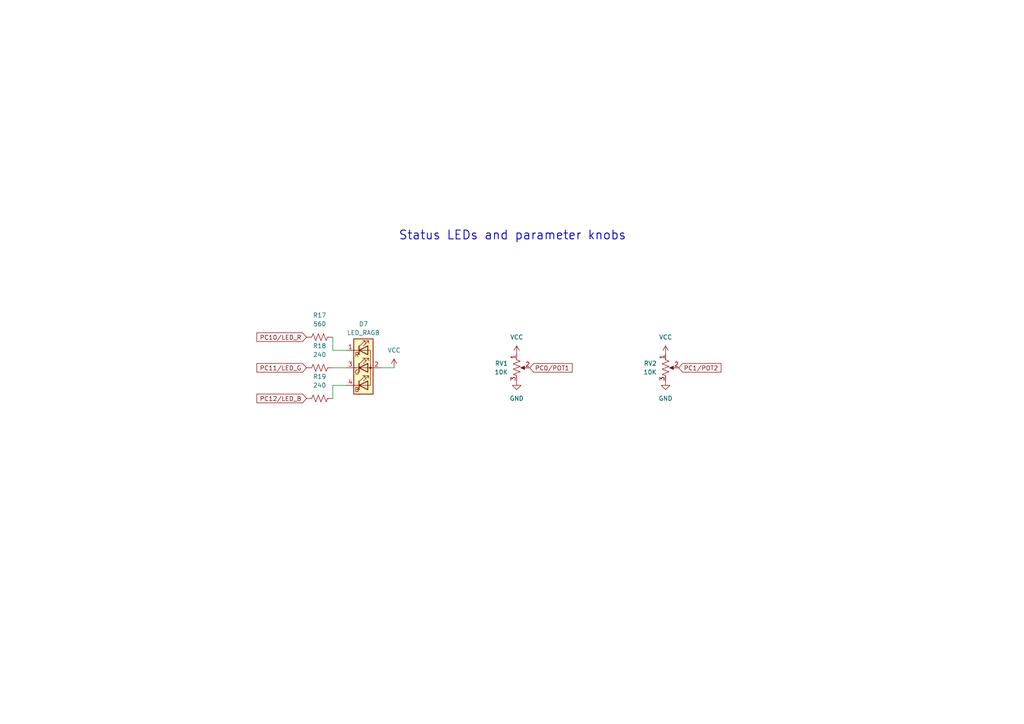
<source format=kicad_sch>
(kicad_sch (version 20230121) (generator eeschema)
  (paper "A4")
  (title_block (title "User I/O") (date "2023-08-08") (company "bitgloo") (comment 1 "Released under the CERN Open Hardware Licence Version 2 - Strongly Reciprocal"))
  (lib_symbols
    (symbol "Device:LED_RAGB" (pin_names (offset 0) hide)
      (property "Reference" "D" (at 0 9.398 0))
      (property "Value" "LED_RAGB" (at 0 -8.89 0))
      (symbol "LED_RAGB_0_0"
        (text "B" (at -1.905 -6.35 0) (effects (font (size 1.27 1.27))))
        (text "G" (at -1.905 -1.27 0) (effects (font (size 1.27 1.27))))
        (text "R" (at -1.905 3.81 0) (effects (font (size 1.27 1.27))))
      )
      (symbol "LED_RAGB_0_1"
        (polyline (pts (xy -1.27 -5.08) (xy -2.54 -5.08)))
        (polyline (pts (xy -1.27 -5.08) (xy 1.27 -5.08)))
        (polyline (pts (xy -1.27 -3.81) (xy -1.27 -6.35)) (stroke (width 0.254)))
        (polyline (pts (xy -1.27 0) (xy -2.54 0)))
        (polyline (pts (xy -1.27 1.27) (xy -1.27 -1.27)) (stroke (width 0.254)))
        (polyline (pts (xy -1.27 5.08) (xy -2.54 5.08)))
        (polyline (pts (xy -1.27 5.08) (xy 1.27 5.08)))
        (polyline (pts (xy -1.27 6.35) (xy -1.27 3.81)) (stroke (width 0.254)))
        (polyline (pts (xy 1.27 0) (xy -1.27 0)))
        (polyline (pts (xy 1.27 0) (xy 2.54 0)))
        (polyline (pts (xy -1.27 1.27) (xy -1.27 -1.27) (xy -1.27 -1.27)))
        (polyline (pts (xy -1.27 6.35) (xy -1.27 3.81) (xy -1.27 3.81)))
        (polyline (pts (xy 1.27 -5.08) (xy 2.032 -5.08) (xy 2.032 5.08) (xy 1.27 5.08)))
        (polyline (pts (xy 1.27 -3.81) (xy 1.27 -6.35) (xy -1.27 -5.08) (xy 1.27 -3.81)) (stroke (width 0.254)))
        (polyline (pts (xy 1.27 1.27) (xy 1.27 -1.27) (xy -1.27 0) (xy 1.27 1.27)) (stroke (width 0.254)))
        (polyline (pts (xy 1.27 6.35) (xy 1.27 3.81) (xy -1.27 5.08) (xy 1.27 6.35)) (stroke (width 0.254)))
        (polyline (pts (xy -1.016 -3.81) (xy 0.508 -2.286) (xy -0.254 -2.286) (xy 0.508 -2.286) (xy 0.508 -3.048)))
        (polyline (pts (xy -1.016 1.27) (xy 0.508 2.794) (xy -0.254 2.794) (xy 0.508 2.794) (xy 0.508 2.032)))
        (polyline (pts (xy -1.016 6.35) (xy 0.508 7.874) (xy -0.254 7.874) (xy 0.508 7.874) (xy 0.508 7.112)))
        (polyline (pts (xy 0 -3.81) (xy 1.524 -2.286) (xy 0.762 -2.286) (xy 1.524 -2.286) (xy 1.524 -3.048)))
        (polyline (pts (xy 0 1.27) (xy 1.524 2.794) (xy 0.762 2.794) (xy 1.524 2.794) (xy 1.524 2.032)))
        (polyline (pts (xy 0 6.35) (xy 1.524 7.874) (xy 0.762 7.874) (xy 1.524 7.874) (xy 1.524 7.112)))
        (rectangle (start 1.27 -1.27) (end 1.27 1.27))
        (rectangle (start 1.27 1.27) (end 1.27 1.27))
        (rectangle (start 1.27 3.81) (end 1.27 6.35))
        (rectangle (start 1.27 6.35) (end 1.27 6.35))
        (circle (center 2.032 0) (radius 0.254) (fill (type outline)))
        (rectangle (start 2.794 8.382) (end -2.794 -7.62) (stroke (width 0.254)) (fill (type background)))
      )
      (symbol "LED_RAGB_1_1"
        (pin passive line (at -5.08 5.08 0) (length 2.54) (name "RK") (number "1"))
        (pin passive line (at 5.08 0 180) (length 2.54) (name "A") (number "2"))
        (pin passive line (at -5.08 0 0) (length 2.54) (name "GK") (number "3"))
        (pin passive line (at -5.08 -5.08 0) (length 2.54) (name "BK") (number "4"))
      )
    )
    (symbol "Device:R_Potentiometer_US" (pin_names (offset 1.016) hide)
      (property "Reference" "RV" (at -4.445 0 90))
      (property "Value" "R_Potentiometer_US" (at -2.54 0 90))
      (symbol "R_Potentiometer_US_0_1"
        (polyline (pts (xy 0 -2.286) (xy 0 -2.54)))
        (polyline (pts (xy 0 2.54) (xy 0 2.286)))
        (polyline (pts (xy 2.54 0) (xy 1.524 0)))
        (polyline (pts (xy 1.143 0) (xy 2.286 0.508) (xy 2.286 -0.508) (xy 1.143 0)) (fill (type outline)))
        (polyline (pts (xy 0 -0.762) (xy 1.016 -1.143) (xy 0 -1.524) (xy -1.016 -1.905) (xy 0 -2.286)))
        (polyline (pts (xy 0 0.762) (xy 1.016 0.381) (xy 0 0) (xy -1.016 -0.381) (xy 0 -0.762)))
        (polyline (pts (xy 0 2.286) (xy 1.016 1.905) (xy 0 1.524) (xy -1.016 1.143) (xy 0 0.762)))
      )
      (symbol "R_Potentiometer_US_1_1"
        (pin passive line (at 0 3.81 270) (length 1.27) (name "1") (number "1"))
        (pin passive line (at 3.81 0 180) (length 1.27) (name "2") (number "2"))
        (pin passive line (at 0 -3.81 90) (length 1.27) (name "3") (number "3"))
      )
    )
    (symbol "Device:R_US" (pin_numbers hide) (pin_names (offset 0))
      (property "Reference" "R" (at 2.54 0 90))
      (property "Value" "R_US" (at -2.54 0 90))
      (symbol "R_US_0_1"
        (polyline (pts (xy 0 -2.286) (xy 0 -2.54)))
        (polyline (pts (xy 0 2.286) (xy 0 2.54)))
        (polyline (pts (xy 0 -0.762) (xy 1.016 -1.143) (xy 0 -1.524) (xy -1.016 -1.905) (xy 0 -2.286)))
        (polyline (pts (xy 0 0.762) (xy 1.016 0.381) (xy 0 0) (xy -1.016 -0.381) (xy 0 -0.762)))
        (polyline (pts (xy 0 2.286) (xy 1.016 1.905) (xy 0 1.524) (xy -1.016 1.143) (xy 0 0.762)))
      )
      (symbol "R_US_1_1"
        (pin passive line (at 0 3.81 270) (length 1.27) (name "~") (number "1"))
        (pin passive line (at 0 -3.81 90) (length 1.27) (name "~") (number "2"))
      )
    )
    (symbol "power:GND" (power) (pin_names (offset 0))
      (property "Value" "GND" (at 0 -3.81 0))
      (symbol "GND_0_1"
        (polyline (pts (xy 0 0) (xy 0 -1.27) (xy 1.27 -1.27) (xy 0 -2.54) (xy -1.27 -1.27) (xy 0 -1.27)))
      )
      (symbol "GND_1_1"
        (pin power_in line (at 0 0 270) (length 0) hide (name "GND") (number "1"))
      )
    )
    (symbol "power:VCC" (power) (pin_names (offset 0))
      (property "Value" "VCC" (at 0 3.81 0))
      (symbol "VCC_0_1"
        (polyline (pts (xy -0.762 1.27) (xy 0 2.54)))
        (polyline (pts (xy 0 0) (xy 0 2.54)))
        (polyline (pts (xy 0 2.54) (xy 0.762 1.27)))
      )
      (symbol "VCC_1_1"
        (pin power_in line (at 0 0 90) (length 0) hide (name "VCC") (number "1"))
      )
    )
  )
  (wire (pts (xy 96.52 106.68) (xy 100.33 106.68)))
  (wire (pts (xy 96.52 111.76) (xy 100.33 111.76)))
  (wire (pts (xy 110.49 106.68) (xy 114.3 106.68)))
  (wire (pts (xy 96.52 115.57) (xy 96.52 111.76)))
  (wire (pts (xy 96.52 97.79) (xy 96.52 101.6)))
  (wire (pts (xy 96.52 101.6) (xy 100.33 101.6)))
  (text "Status LEDs and parameter knobs" (at 115.57 69.85 0) (effects (font (size 2.54 2.54) (thickness 0.254) bold) (justify left bottom)))
  (global_label "PC0{slash}POT1" (shape input) (at 153.67 106.68 0) (property "Intersheetrefs" "${INTERSHEET_REFS}" (effects hide)))
  (global_label "PC12{slash}LED_B" (shape input) (at 88.9 115.57 180) (property "Intersheetrefs" "${INTERSHEET_REFS}" (effects hide)))
  (global_label "PC10{slash}LED_R" (shape input) (at 88.9 97.79 180) (property "Intersheetrefs" "${INTERSHEET_REFS}" (effects hide)))
  (global_label "PC1{slash}POT2" (shape input) (at 196.85 106.68 0) (property "Intersheetrefs" "${INTERSHEET_REFS}" (effects hide)))
  (global_label "PC11{slash}LED_G" (shape input) (at 88.9 106.68 180) (property "Intersheetrefs" "${INTERSHEET_REFS}" (effects hide)))
  (symbol (lib_id "Device:R_Potentiometer_US") (at 193.04 106.68 0) (unit 1)
    (property "Reference" "RV2" (at 190.5 105.4099 0) (effects (justify right)))
    (property "Value" "10K" (at 190.5 107.9499 0) (effects (justify right)))
    (property "Footprint" "Potentiometer_THT:Potentiometer_Bourns_3386P_Vertical" (effects hide))
    (property "Part Number" "3386P-1-103TLF" (effects hide))
  )
  (symbol (lib_id "power:VCC") (at 193.04 102.87 0) (unit 1)
    (property "Reference" "#PWR056" (effects hide))
    (property "Value" "VCC" (at 193.04 97.79 0))
    (instances (project "stmdsp_rev3" (path "" (reference "#PWR056") (unit 1))) (project "DSP PAW add-on board" (path "" (reference "#PWR027") (unit 1)) (path "" (reference "#PWR068") (unit 1))))
  )
  (symbol (lib_id "Device:R_US") (at 92.71 106.68 90) (unit 1)
    (property "Reference" "R18" (at 92.71 100.33 90))
    (property "Value" "240" (at 92.71 102.87 90))
    (property "Footprint" "Resistor_SMD:R_0603_1608Metric" (effects hide))
    (property "Part Number" "RC0603JR-07240RL" (effects hide))
    (instances (project "stmdsp_rev3" (path "" (reference "R18") (unit 1))) (project "DSP PAW add-on board" (path "" (reference "R16") (unit 1)) (path "" (reference "R24") (unit 1))))
  )
  (symbol (lib_id "power:GND") (at 149.86 110.49 0) (unit 1)
    (property "Reference" "#PWR058" (effects hide))
    (property "Value" "GND" (at 149.86 115.57 0))
    (instances (project "stmdsp_rev3" (path "" (reference "#PWR058") (unit 1))) (project "DSP PAW add-on board" (path "" (reference "#PWR024") (unit 1)) (path "" (reference "#PWR070") (unit 1))))
  )
  (symbol (lib_id "power:GND") (at 193.04 110.49 0) (unit 1)
    (property "Reference" "#PWR059" (effects hide))
    (property "Value" "GND" (at 193.04 115.57 0))
    (instances (project "stmdsp_rev3" (path "" (reference "#PWR059") (unit 1))) (project "DSP PAW add-on board" (path "" (reference "#PWR028") (unit 1)) (path "" (reference "#PWR071") (unit 1))))
  )
  (symbol (lib_id "Device:R_US") (at 92.71 97.79 90) (unit 1)
    (property "Reference" "R17" (at 92.71 91.44 90))
    (property "Value" "560" (at 92.71 93.98 90))
    (property "Footprint" "Resistor_SMD:R_0603_1608Metric" (effects hide))
    (property "Part Number" "RC0603JR-07560RL" (effects hide))
    (instances (project "stmdsp_rev3" (path "" (reference "R17") (unit 1))) (project "DSP PAW add-on board" (path "" (reference "R15") (unit 1)) (path "" (reference "R23") (unit 1))))
  )
  (symbol (lib_id "power:VCC") (at 149.86 102.87 0) (unit 1)
    (property "Reference" "#PWR055" (effects hide))
    (property "Value" "VCC" (at 149.86 97.79 0))
    (instances (project "stmdsp_rev3" (path "" (reference "#PWR055") (unit 1))) (project "DSP PAW add-on board" (path "" (reference "#PWR023") (unit 1)) (path "" (reference "#PWR067") (unit 1))))
  )
  (symbol (lib_id "Device:LED_RAGB") (at 105.41 106.68 0) (unit 1)
    (property "Reference" "D7" (at 105.41 93.98 0))
    (property "Value" "LED_RAGB" (at 105.41 96.52 0))
    (property "Footprint" "LED_SMD:LED_Kingbright_AAA3528ESGCT" (effects hide))
    (property "Part Number" "AAA3528SEEZGKQBKS" (effects hide))
  )
  (symbol (lib_id "Device:R_US") (at 92.71 115.57 90) (unit 1)
    (property "Reference" "R19" (at 92.71 109.22 90))
    (property "Value" "240" (at 92.71 111.76 90))
    (property "Footprint" "Resistor_SMD:R_0603_1608Metric" (effects hide))
    (property "Part Number" "RC0603JR-07240RL" (effects hide))
    (instances (project "stmdsp_rev3" (path "" (reference "R19") (unit 1))) (project "DSP PAW add-on board" (path "" (reference "R17") (unit 1)) (path "" (reference "R25") (unit 1))))
  )
  (symbol (lib_id "power:VCC") (at 114.3 106.68 0) (unit 1)
    (property "Reference" "#PWR057" (effects hide))
    (property "Value" "VCC" (at 114.3 101.6 0))
    (instances (project "stmdsp_rev3" (path "" (reference "#PWR057") (unit 1))) (project "DSP PAW add-on board" (path "" (reference "#PWR019") (unit 1)) (path "" (reference "#PWR069") (unit 1))))
  )
  (symbol (lib_id "Device:R_Potentiometer_US") (at 149.86 106.68 0) (unit 1)
    (property "Reference" "RV1" (at 147.32 105.4099 0) (effects (justify right)))
    (property "Value" "10K" (at 147.32 107.9499 0) (effects (justify right)))
    (property "Footprint" "Potentiometer_THT:Potentiometer_Bourns_3386P_Vertical" (effects hide))
    (property "Part Number" "3386P-1-103TLF" (effects hide))
  )
)
</source>
